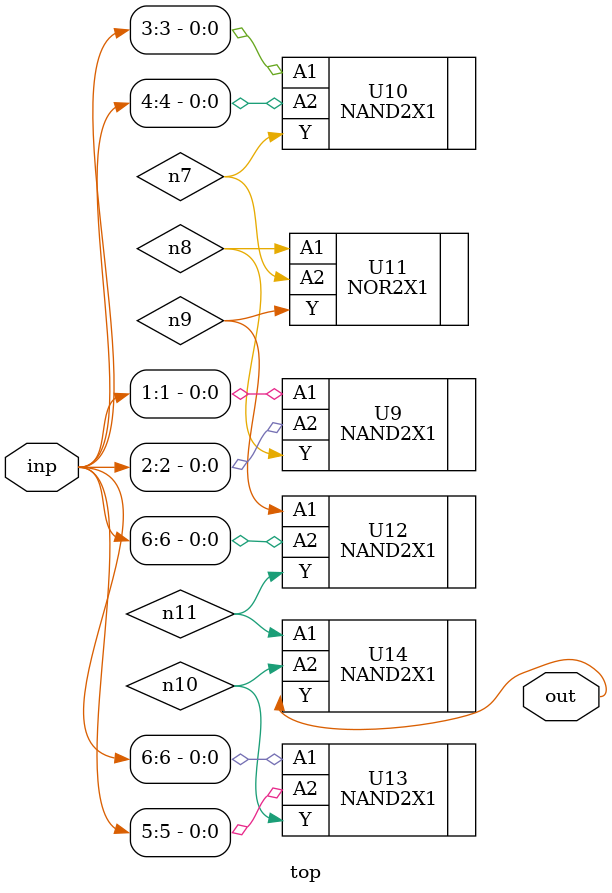
<source format=sv>


module top ( inp, out );
  input [6:0] inp;
  output out;
  wire   n7, n8, n9, n10, n11;

  NAND2X1 U9 ( .A1(inp[1]), .A2(inp[2]), .Y(n8) );
  NAND2X1 U10 ( .A1(inp[3]), .A2(inp[4]), .Y(n7) );
  NOR2X1 U11 ( .A1(n8), .A2(n7), .Y(n9) );
  NAND2X1 U12 ( .A1(n9), .A2(inp[6]), .Y(n11) );
  NAND2X1 U13 ( .A1(inp[6]), .A2(inp[5]), .Y(n10) );
  NAND2X1 U14 ( .A1(n11), .A2(n10), .Y(out) );
endmodule


</source>
